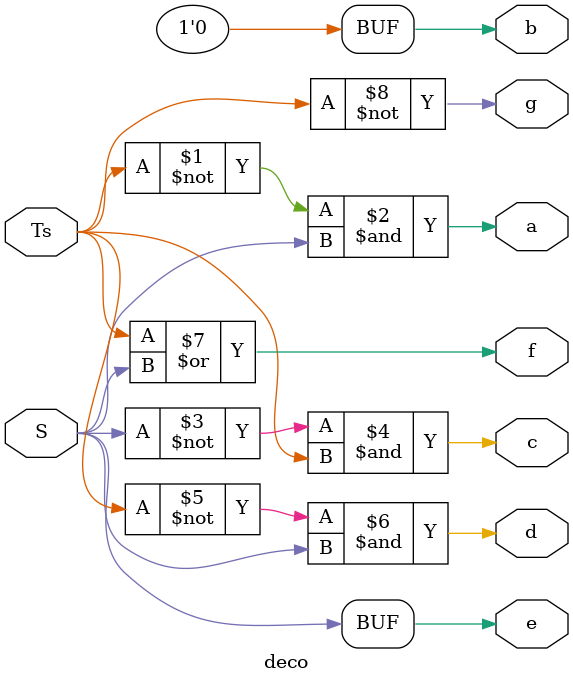
<source format=v>
module deco(Ts,S,a,b,c,d,e,f,g);
input Ts,S;
output a,b,c,d,e,f,g;
assign a = ((~Ts)& S);
assign b = 0;
assign c = ((~S)& Ts);
assign d = ((~Ts)& S);
assign e = S;
assign f = (Ts|S);
assign g = (~Ts);
endmodule 
</source>
